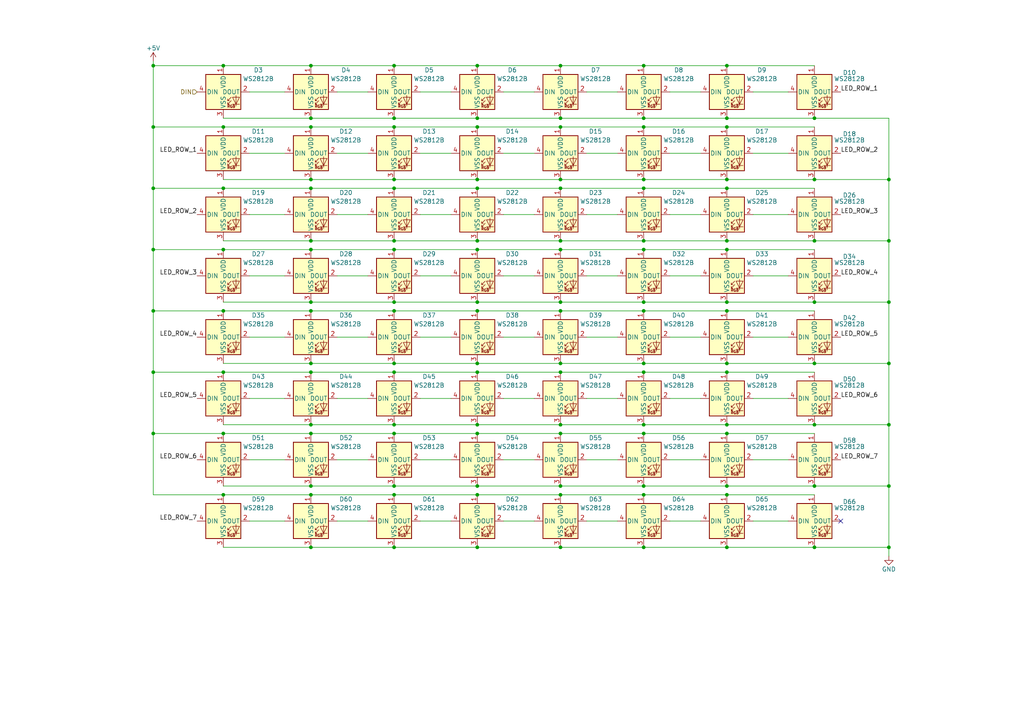
<source format=kicad_sch>
(kicad_sch (version 20211123) (generator eeschema)
  (paper "A4")
  (lib_symbols
    (symbol "LED:WS2812B" (pin_names (offset 0.254))
      (property "Reference" "D" (at 5.08 5.715 0))
      (property "Value" "WS2812B" (at 1.27 -5.715 0))
      (symbol "WS2812B_0_0"
        (text "RGB" (at 2.286 -4.191 0) (effects (font (size 0.762 0.762))))
      )
      (symbol "WS2812B_0_1"
        (polyline (pts (xy 1.27 -3.556) (xy 1.778 -3.556)))
        (polyline (pts (xy 1.27 -2.54) (xy 1.778 -2.54)))
        (polyline (pts (xy 4.699 -3.556) (xy 2.667 -3.556)))
        (polyline (pts (xy 2.286 -2.54) (xy 1.27 -3.556) (xy 1.27 -3.048)))
        (polyline (pts (xy 2.286 -1.524) (xy 1.27 -2.54) (xy 1.27 -2.032)))
        (polyline (pts (xy 3.683 -1.016) (xy 3.683 -3.556) (xy 3.683 -4.064)))
        (polyline (pts (xy 4.699 -1.524) (xy 2.667 -1.524) (xy 3.683 -3.556) (xy 4.699 -1.524)))
        (rectangle (start 5.08 5.08) (end -5.08 -5.08) (stroke (width 0.254)) (fill (type background)))
      )
      (symbol "WS2812B_1_1"
        (pin power_in line (at 0 7.62 270) (length 2.54) (name "VDD") (number "1"))
        (pin output line (at 7.62 0 180) (length 2.54) (name "DOUT") (number "2"))
        (pin power_in line (at 0 -7.62 90) (length 2.54) (name "VSS") (number "3"))
        (pin input line (at -7.62 0 0) (length 2.54) (name "DIN") (number "4"))
      )
    )
    (symbol "power:+5V" (power) (pin_names (offset 0))
      (property "Value" "+5V" (at 0 3.556 0))
      (symbol "+5V_0_1"
        (polyline (pts (xy -0.762 1.27) (xy 0 2.54)))
        (polyline (pts (xy 0 0) (xy 0 2.54)))
        (polyline (pts (xy 0 2.54) (xy 0.762 1.27)))
      )
      (symbol "+5V_1_1"
        (pin power_in line (at 0 0 90) (length 0) hide (name "+5V") (number "1"))
      )
    )
    (symbol "power:GND" (power) (pin_names (offset 0))
      (property "Value" "GND" (at 0 -3.81 0))
      (symbol "GND_0_1"
        (polyline (pts (xy 0 0) (xy 0 -1.27) (xy 1.27 -1.27) (xy 0 -2.54) (xy -1.27 -1.27) (xy 0 -1.27)))
      )
      (symbol "GND_1_1"
        (pin power_in line (at 0 0 270) (length 0) hide (name "GND") (number "1"))
      )
    )
  )
  (junction (at 257.81 52.07))
  (junction (at 90.17 36.83))
  (junction (at 210.82 87.63))
  (junction (at 138.43 52.07))
  (junction (at 210.82 143.51))
  (junction (at 236.22 158.75))
  (junction (at 186.69 105.41))
  (junction (at 210.82 52.07))
  (junction (at 64.77 107.95))
  (junction (at 257.81 87.63))
  (junction (at 138.43 54.61))
  (junction (at 90.17 143.51))
  (junction (at 114.3 34.29))
  (junction (at 64.77 54.61))
  (junction (at 162.56 105.41))
  (junction (at 114.3 125.73))
  (junction (at 257.81 105.41))
  (junction (at 162.56 107.95))
  (junction (at 138.43 158.75))
  (junction (at 114.3 87.63))
  (junction (at 114.3 140.97))
  (junction (at 90.17 105.41))
  (junction (at 114.3 123.19))
  (junction (at 210.82 105.41))
  (junction (at 64.77 36.83))
  (junction (at 114.3 158.75))
  (junction (at 114.3 52.07))
  (junction (at 162.56 36.83))
  (junction (at 44.45 36.83))
  (junction (at 44.45 72.39))
  (junction (at 114.3 90.17))
  (junction (at 186.69 123.19))
  (junction (at 210.82 158.75))
  (junction (at 162.56 34.29))
  (junction (at 210.82 36.83))
  (junction (at 236.22 140.97))
  (junction (at 186.69 36.83))
  (junction (at 138.43 107.95))
  (junction (at 162.56 143.51))
  (junction (at 210.82 107.95))
  (junction (at 162.56 19.05))
  (junction (at 138.43 36.83))
  (junction (at 162.56 72.39))
  (junction (at 44.45 19.05))
  (junction (at 186.69 143.51))
  (junction (at 162.56 123.19))
  (junction (at 236.22 34.29))
  (junction (at 114.3 105.41))
  (junction (at 90.17 19.05))
  (junction (at 90.17 123.19))
  (junction (at 64.77 125.73))
  (junction (at 64.77 90.17))
  (junction (at 90.17 54.61))
  (junction (at 210.82 69.85))
  (junction (at 138.43 72.39))
  (junction (at 138.43 123.19))
  (junction (at 186.69 107.95))
  (junction (at 64.77 72.39))
  (junction (at 162.56 54.61))
  (junction (at 90.17 140.97))
  (junction (at 138.43 140.97))
  (junction (at 138.43 69.85))
  (junction (at 162.56 158.75))
  (junction (at 90.17 52.07))
  (junction (at 210.82 90.17))
  (junction (at 138.43 105.41))
  (junction (at 236.22 123.19))
  (junction (at 162.56 52.07))
  (junction (at 114.3 69.85))
  (junction (at 64.77 143.51))
  (junction (at 186.69 72.39))
  (junction (at 44.45 107.95))
  (junction (at 210.82 19.05))
  (junction (at 90.17 90.17))
  (junction (at 114.3 107.95))
  (junction (at 90.17 87.63))
  (junction (at 210.82 140.97))
  (junction (at 90.17 125.73))
  (junction (at 114.3 72.39))
  (junction (at 257.81 140.97))
  (junction (at 90.17 72.39))
  (junction (at 114.3 36.83))
  (junction (at 44.45 125.73))
  (junction (at 64.77 19.05))
  (junction (at 44.45 90.17))
  (junction (at 90.17 69.85))
  (junction (at 186.69 19.05))
  (junction (at 210.82 72.39))
  (junction (at 186.69 54.61))
  (junction (at 114.3 19.05))
  (junction (at 138.43 87.63))
  (junction (at 90.17 34.29))
  (junction (at 210.82 125.73))
  (junction (at 236.22 87.63))
  (junction (at 90.17 107.95))
  (junction (at 138.43 125.73))
  (junction (at 210.82 123.19))
  (junction (at 162.56 90.17))
  (junction (at 138.43 143.51))
  (junction (at 138.43 34.29))
  (junction (at 138.43 19.05))
  (junction (at 114.3 54.61))
  (junction (at 186.69 90.17))
  (junction (at 186.69 140.97))
  (junction (at 186.69 34.29))
  (junction (at 162.56 125.73))
  (junction (at 162.56 140.97))
  (junction (at 186.69 87.63))
  (junction (at 186.69 125.73))
  (junction (at 162.56 69.85))
  (junction (at 186.69 158.75))
  (junction (at 44.45 54.61))
  (junction (at 186.69 52.07))
  (junction (at 236.22 69.85))
  (junction (at 90.17 158.75))
  (junction (at 210.82 54.61))
  (junction (at 257.81 123.19))
  (junction (at 257.81 158.75))
  (junction (at 186.69 69.85))
  (junction (at 257.81 69.85))
  (junction (at 236.22 52.07))
  (junction (at 210.82 34.29))
  (junction (at 138.43 90.17))
  (junction (at 236.22 105.41))
  (junction (at 162.56 87.63))
  (junction (at 114.3 143.51))
  (no_connect (at 243.84 151.13))
  (wire (pts (xy 97.79 62.23) (xy 106.68 62.23)))
  (wire (pts (xy 64.77 125.73) (xy 90.17 125.73)))
  (wire (pts (xy 97.79 26.67) (xy 106.68 26.67)))
  (wire (pts (xy 186.69 140.97) (xy 210.82 140.97)))
  (wire (pts (xy 146.05 44.45) (xy 154.94 44.45)))
  (wire (pts (xy 97.79 115.57) (xy 106.68 115.57)))
  (wire (pts (xy 44.45 72.39) (xy 64.77 72.39)))
  (wire (pts (xy 138.43 105.41) (xy 162.56 105.41)))
  (wire (pts (xy 114.3 19.05) (xy 138.43 19.05)))
  (wire (pts (xy 138.43 19.05) (xy 162.56 19.05)))
  (wire (pts (xy 44.45 125.73) (xy 44.45 143.51)))
  (wire (pts (xy 64.77 69.85) (xy 90.17 69.85)))
  (wire (pts (xy 236.22 87.63) (xy 257.81 87.63)))
  (wire (pts (xy 257.81 140.97) (xy 257.81 123.19)))
  (wire (pts (xy 218.44 115.57) (xy 228.6 115.57)))
  (wire (pts (xy 114.3 54.61) (xy 138.43 54.61)))
  (wire (pts (xy 138.43 90.17) (xy 162.56 90.17)))
  (wire (pts (xy 114.3 140.97) (xy 138.43 140.97)))
  (wire (pts (xy 64.77 52.07) (xy 90.17 52.07)))
  (wire (pts (xy 210.82 143.51) (xy 236.22 143.51)))
  (wire (pts (xy 121.92 44.45) (xy 130.81 44.45)))
  (wire (pts (xy 44.45 90.17) (xy 64.77 90.17)))
  (wire (pts (xy 64.77 90.17) (xy 90.17 90.17)))
  (wire (pts (xy 72.39 97.79) (xy 82.55 97.79)))
  (wire (pts (xy 186.69 125.73) (xy 210.82 125.73)))
  (wire (pts (xy 170.18 62.23) (xy 179.07 62.23)))
  (wire (pts (xy 162.56 123.19) (xy 186.69 123.19)))
  (wire (pts (xy 146.05 26.67) (xy 154.94 26.67)))
  (wire (pts (xy 257.81 123.19) (xy 257.81 105.41)))
  (wire (pts (xy 194.31 80.01) (xy 203.2 80.01)))
  (wire (pts (xy 257.81 105.41) (xy 257.81 87.63)))
  (wire (pts (xy 162.56 72.39) (xy 186.69 72.39)))
  (wire (pts (xy 90.17 34.29) (xy 114.3 34.29)))
  (wire (pts (xy 194.31 133.35) (xy 203.2 133.35)))
  (wire (pts (xy 194.31 62.23) (xy 203.2 62.23)))
  (wire (pts (xy 236.22 69.85) (xy 257.81 69.85)))
  (wire (pts (xy 64.77 34.29) (xy 90.17 34.29)))
  (wire (pts (xy 72.39 151.13) (xy 82.55 151.13)))
  (wire (pts (xy 138.43 54.61) (xy 162.56 54.61)))
  (wire (pts (xy 97.79 151.13) (xy 106.68 151.13)))
  (wire (pts (xy 114.3 107.95) (xy 138.43 107.95)))
  (wire (pts (xy 121.92 26.67) (xy 130.81 26.67)))
  (wire (pts (xy 138.43 143.51) (xy 162.56 143.51)))
  (wire (pts (xy 186.69 19.05) (xy 210.82 19.05)))
  (wire (pts (xy 218.44 26.67) (xy 228.6 26.67)))
  (wire (pts (xy 194.31 26.67) (xy 203.2 26.67)))
  (wire (pts (xy 236.22 105.41) (xy 257.81 105.41)))
  (wire (pts (xy 121.92 151.13) (xy 130.81 151.13)))
  (wire (pts (xy 90.17 140.97) (xy 114.3 140.97)))
  (wire (pts (xy 210.82 36.83) (xy 236.22 36.83)))
  (wire (pts (xy 72.39 62.23) (xy 82.55 62.23)))
  (wire (pts (xy 114.3 90.17) (xy 138.43 90.17)))
  (wire (pts (xy 146.05 62.23) (xy 154.94 62.23)))
  (wire (pts (xy 64.77 19.05) (xy 44.45 19.05)))
  (wire (pts (xy 236.22 123.19) (xy 257.81 123.19)))
  (wire (pts (xy 64.77 123.19) (xy 90.17 123.19)))
  (wire (pts (xy 186.69 69.85) (xy 210.82 69.85)))
  (wire (pts (xy 257.81 52.07) (xy 257.81 34.29)))
  (wire (pts (xy 44.45 107.95) (xy 44.45 125.73)))
  (wire (pts (xy 186.69 36.83) (xy 210.82 36.83)))
  (wire (pts (xy 114.3 52.07) (xy 138.43 52.07)))
  (wire (pts (xy 162.56 107.95) (xy 186.69 107.95)))
  (wire (pts (xy 170.18 97.79) (xy 179.07 97.79)))
  (wire (pts (xy 90.17 123.19) (xy 114.3 123.19)))
  (wire (pts (xy 162.56 54.61) (xy 186.69 54.61)))
  (wire (pts (xy 146.05 151.13) (xy 154.94 151.13)))
  (wire (pts (xy 236.22 140.97) (xy 257.81 140.97)))
  (wire (pts (xy 218.44 133.35) (xy 228.6 133.35)))
  (wire (pts (xy 44.45 19.05) (xy 44.45 17.78)))
  (wire (pts (xy 186.69 52.07) (xy 210.82 52.07)))
  (wire (pts (xy 114.3 72.39) (xy 138.43 72.39)))
  (wire (pts (xy 186.69 90.17) (xy 210.82 90.17)))
  (wire (pts (xy 138.43 34.29) (xy 162.56 34.29)))
  (wire (pts (xy 121.92 62.23) (xy 130.81 62.23)))
  (wire (pts (xy 114.3 123.19) (xy 138.43 123.19)))
  (wire (pts (xy 162.56 158.75) (xy 186.69 158.75)))
  (wire (pts (xy 186.69 54.61) (xy 210.82 54.61)))
  (wire (pts (xy 121.92 97.79) (xy 130.81 97.79)))
  (wire (pts (xy 114.3 87.63) (xy 138.43 87.63)))
  (wire (pts (xy 121.92 80.01) (xy 130.81 80.01)))
  (wire (pts (xy 97.79 80.01) (xy 106.68 80.01)))
  (wire (pts (xy 64.77 72.39) (xy 90.17 72.39)))
  (wire (pts (xy 210.82 69.85) (xy 236.22 69.85)))
  (wire (pts (xy 218.44 151.13) (xy 228.6 151.13)))
  (wire (pts (xy 138.43 123.19) (xy 162.56 123.19)))
  (wire (pts (xy 44.45 90.17) (xy 44.45 107.95)))
  (wire (pts (xy 72.39 133.35) (xy 82.55 133.35)))
  (wire (pts (xy 194.31 115.57) (xy 203.2 115.57)))
  (wire (pts (xy 210.82 87.63) (xy 236.22 87.63)))
  (wire (pts (xy 162.56 90.17) (xy 186.69 90.17)))
  (wire (pts (xy 170.18 26.67) (xy 179.07 26.67)))
  (wire (pts (xy 138.43 158.75) (xy 162.56 158.75)))
  (wire (pts (xy 44.45 36.83) (xy 44.45 54.61)))
  (wire (pts (xy 90.17 87.63) (xy 114.3 87.63)))
  (wire (pts (xy 121.92 133.35) (xy 130.81 133.35)))
  (wire (pts (xy 114.3 69.85) (xy 138.43 69.85)))
  (wire (pts (xy 90.17 54.61) (xy 114.3 54.61)))
  (wire (pts (xy 121.92 115.57) (xy 130.81 115.57)))
  (wire (pts (xy 257.81 158.75) (xy 257.81 140.97)))
  (wire (pts (xy 210.82 125.73) (xy 236.22 125.73)))
  (wire (pts (xy 146.05 133.35) (xy 154.94 133.35)))
  (wire (pts (xy 162.56 143.51) (xy 186.69 143.51)))
  (wire (pts (xy 64.77 36.83) (xy 90.17 36.83)))
  (wire (pts (xy 236.22 52.07) (xy 257.81 52.07)))
  (wire (pts (xy 114.3 105.41) (xy 138.43 105.41)))
  (wire (pts (xy 44.45 54.61) (xy 64.77 54.61)))
  (wire (pts (xy 194.31 97.79) (xy 203.2 97.79)))
  (wire (pts (xy 90.17 105.41) (xy 114.3 105.41)))
  (wire (pts (xy 162.56 36.83) (xy 186.69 36.83)))
  (wire (pts (xy 170.18 115.57) (xy 179.07 115.57)))
  (wire (pts (xy 210.82 90.17) (xy 236.22 90.17)))
  (wire (pts (xy 186.69 107.95) (xy 210.82 107.95)))
  (wire (pts (xy 210.82 107.95) (xy 236.22 107.95)))
  (wire (pts (xy 146.05 115.57) (xy 154.94 115.57)))
  (wire (pts (xy 162.56 34.29) (xy 186.69 34.29)))
  (wire (pts (xy 64.77 158.75) (xy 90.17 158.75)))
  (wire (pts (xy 236.22 158.75) (xy 257.81 158.75)))
  (wire (pts (xy 138.43 140.97) (xy 162.56 140.97)))
  (wire (pts (xy 90.17 19.05) (xy 114.3 19.05)))
  (wire (pts (xy 44.45 125.73) (xy 64.77 125.73)))
  (wire (pts (xy 186.69 105.41) (xy 210.82 105.41)))
  (wire (pts (xy 90.17 69.85) (xy 114.3 69.85)))
  (wire (pts (xy 64.77 140.97) (xy 90.17 140.97)))
  (wire (pts (xy 44.45 19.05) (xy 44.45 36.83)))
  (wire (pts (xy 114.3 36.83) (xy 138.43 36.83)))
  (wire (pts (xy 194.31 44.45) (xy 203.2 44.45)))
  (wire (pts (xy 218.44 44.45) (xy 228.6 44.45)))
  (wire (pts (xy 64.77 105.41) (xy 90.17 105.41)))
  (wire (pts (xy 90.17 158.75) (xy 114.3 158.75)))
  (wire (pts (xy 146.05 80.01) (xy 154.94 80.01)))
  (wire (pts (xy 162.56 105.41) (xy 186.69 105.41)))
  (wire (pts (xy 162.56 125.73) (xy 186.69 125.73)))
  (wire (pts (xy 138.43 87.63) (xy 162.56 87.63)))
  (wire (pts (xy 90.17 125.73) (xy 114.3 125.73)))
  (wire (pts (xy 170.18 44.45) (xy 179.07 44.45)))
  (wire (pts (xy 210.82 140.97) (xy 236.22 140.97)))
  (wire (pts (xy 257.81 69.85) (xy 257.81 52.07)))
  (wire (pts (xy 64.77 19.05) (xy 90.17 19.05)))
  (wire (pts (xy 138.43 125.73) (xy 162.56 125.73)))
  (wire (pts (xy 210.82 72.39) (xy 236.22 72.39)))
  (wire (pts (xy 162.56 87.63) (xy 186.69 87.63)))
  (wire (pts (xy 210.82 19.05) (xy 236.22 19.05)))
  (wire (pts (xy 162.56 52.07) (xy 186.69 52.07)))
  (wire (pts (xy 64.77 107.95) (xy 90.17 107.95)))
  (wire (pts (xy 257.81 34.29) (xy 236.22 34.29)))
  (wire (pts (xy 162.56 69.85) (xy 186.69 69.85)))
  (wire (pts (xy 44.45 107.95) (xy 64.77 107.95)))
  (wire (pts (xy 64.77 36.83) (xy 44.45 36.83)))
  (wire (pts (xy 90.17 143.51) (xy 114.3 143.51)))
  (wire (pts (xy 72.39 26.67) (xy 82.55 26.67)))
  (wire (pts (xy 170.18 151.13) (xy 179.07 151.13)))
  (wire (pts (xy 186.69 143.51) (xy 210.82 143.51)))
  (wire (pts (xy 210.82 54.61) (xy 236.22 54.61)))
  (wire (pts (xy 114.3 125.73) (xy 138.43 125.73)))
  (wire (pts (xy 44.45 143.51) (xy 64.77 143.51)))
  (wire (pts (xy 146.05 97.79) (xy 154.94 97.79)))
  (wire (pts (xy 90.17 90.17) (xy 114.3 90.17)))
  (wire (pts (xy 90.17 36.83) (xy 114.3 36.83)))
  (wire (pts (xy 97.79 44.45) (xy 106.68 44.45)))
  (wire (pts (xy 186.69 34.29) (xy 210.82 34.29)))
  (wire (pts (xy 114.3 34.29) (xy 138.43 34.29)))
  (wire (pts (xy 114.3 143.51) (xy 138.43 143.51)))
  (wire (pts (xy 210.82 105.41) (xy 236.22 105.41)))
  (wire (pts (xy 218.44 62.23) (xy 228.6 62.23)))
  (wire (pts (xy 210.82 158.75) (xy 236.22 158.75)))
  (wire (pts (xy 257.81 158.75) (xy 257.81 161.29)))
  (wire (pts (xy 64.77 143.51) (xy 90.17 143.51)))
  (wire (pts (xy 90.17 52.07) (xy 114.3 52.07)))
  (wire (pts (xy 210.82 34.29) (xy 236.22 34.29)))
  (wire (pts (xy 138.43 36.83) (xy 162.56 36.83)))
  (wire (pts (xy 194.31 151.13) (xy 203.2 151.13)))
  (wire (pts (xy 44.45 72.39) (xy 44.45 90.17)))
  (wire (pts (xy 218.44 80.01) (xy 228.6 80.01)))
  (wire (pts (xy 138.43 107.95) (xy 162.56 107.95)))
  (wire (pts (xy 44.45 54.61) (xy 44.45 72.39)))
  (wire (pts (xy 186.69 87.63) (xy 210.82 87.63)))
  (wire (pts (xy 138.43 72.39) (xy 162.56 72.39)))
  (wire (pts (xy 257.81 87.63) (xy 257.81 69.85)))
  (wire (pts (xy 162.56 19.05) (xy 186.69 19.05)))
  (wire (pts (xy 210.82 52.07) (xy 236.22 52.07)))
  (wire (pts (xy 170.18 133.35) (xy 179.07 133.35)))
  (wire (pts (xy 162.56 140.97) (xy 186.69 140.97)))
  (wire (pts (xy 72.39 115.57) (xy 82.55 115.57)))
  (wire (pts (xy 138.43 69.85) (xy 162.56 69.85)))
  (wire (pts (xy 114.3 158.75) (xy 138.43 158.75)))
  (wire (pts (xy 186.69 72.39) (xy 210.82 72.39)))
  (wire (pts (xy 138.43 52.07) (xy 162.56 52.07)))
  (wire (pts (xy 170.18 80.01) (xy 179.07 80.01)))
  (wire (pts (xy 90.17 107.95) (xy 114.3 107.95)))
  (wire (pts (xy 218.44 97.79) (xy 228.6 97.79)))
  (wire (pts (xy 186.69 123.19) (xy 210.82 123.19)))
  (wire (pts (xy 90.17 72.39) (xy 114.3 72.39)))
  (wire (pts (xy 72.39 80.01) (xy 82.55 80.01)))
  (wire (pts (xy 64.77 54.61) (xy 90.17 54.61)))
  (wire (pts (xy 97.79 133.35) (xy 106.68 133.35)))
  (wire (pts (xy 64.77 87.63) (xy 90.17 87.63)))
  (wire (pts (xy 186.69 158.75) (xy 210.82 158.75)))
  (wire (pts (xy 210.82 123.19) (xy 236.22 123.19)))
  (wire (pts (xy 72.39 44.45) (xy 82.55 44.45)))
  (wire (pts (xy 97.79 97.79) (xy 106.68 97.79)))
  (label "LED_ROW_3" (at 57.15 80.01 180))
  (label "LED_ROW_6" (at 243.84 115.57 0))
  (label "LED_ROW_7" (at 57.15 151.13 180))
  (label "LED_ROW_7" (at 243.84 133.35 0))
  (label "LED_ROW_4" (at 57.15 97.79 180))
  (label "LED_ROW_1" (at 243.84 26.67 0))
  (label "LED_ROW_5" (at 243.84 97.79 0))
  (label "LED_ROW_5" (at 57.15 115.57 180))
  (label "LED_ROW_3" (at 243.84 62.23 0))
  (label "LED_ROW_2" (at 243.84 44.45 0))
  (label "LED_ROW_6" (at 57.15 133.35 180))
  (label "LED_ROW_2" (at 57.15 62.23 180))
  (label "LED_ROW_4" (at 243.84 80.01 0))
  (label "LED_ROW_1" (at 57.15 44.45 180))
  (hierarchical_label "DIN" (shape input) (at 57.15 26.67 180))
  (symbol (lib_id "LED:WS2812B") (at 138.43 44.45 0) (unit 1)
    (property "Reference" "D14" (at 148.59 38.1 0))
    (property "Value" "WS2812B" (at 148.59 40.64 0))
    (property "Footprint" "LED_SMD:LED_WS2812B-2020_PLCC4_2.0x2.0mm" (effects hide))
    (property "Datasheet" "https://cdn-shop.adafruit.com/datasheets/WS2812B.pdf" (effects hide))
  )
  (symbol (lib_id "LED:WS2812B") (at 210.82 26.67 0) (unit 1)
    (property "Reference" "D9" (at 220.98 20.32 0))
    (property "Value" "WS2812B" (at 220.98 22.86 0))
    (property "Footprint" "LED_SMD:LED_WS2812B-2020_PLCC4_2.0x2.0mm" (effects hide))
    (property "Datasheet" "https://cdn-shop.adafruit.com/datasheets/WS2812B.pdf" (effects hide))
  )
  (symbol (lib_id "LED:WS2812B") (at 186.69 115.57 0) (unit 1)
    (property "Reference" "D48" (at 196.85 109.22 0))
    (property "Value" "WS2812B" (at 196.85 111.76 0))
    (property "Footprint" "LED_SMD:LED_WS2812B-2020_PLCC4_2.0x2.0mm" (effects hide))
    (property "Datasheet" "https://cdn-shop.adafruit.com/datasheets/WS2812B.pdf" (effects hide))
  )
  (symbol (lib_id "LED:WS2812B") (at 114.3 26.67 0) (unit 1)
    (property "Reference" "D5" (at 124.46 20.32 0))
    (property "Value" "WS2812B" (at 124.46 22.86 0))
    (property "Footprint" "LED_SMD:LED_WS2812B-2020_PLCC4_2.0x2.0mm" (effects hide))
    (property "Datasheet" "https://cdn-shop.adafruit.com/datasheets/WS2812B.pdf" (effects hide))
  )
  (symbol (lib_id "LED:WS2812B") (at 236.22 80.01 0) (unit 1)
    (property "Reference" "D34" (at 246.38 74.4093 0))
    (property "Value" "WS2812B" (at 246.38 76.2 0))
    (property "Footprint" "LED_SMD:LED_WS2812B-2020_PLCC4_2.0x2.0mm" (effects hide))
    (property "Datasheet" "https://cdn-shop.adafruit.com/datasheets/WS2812B.pdf" (effects hide))
  )
  (symbol (lib_id "LED:WS2812B") (at 114.3 151.13 0) (unit 1)
    (property "Reference" "D61" (at 124.46 144.78 0))
    (property "Value" "WS2812B" (at 124.46 147.32 0))
    (property "Footprint" "LED_SMD:LED_WS2812B-2020_PLCC4_2.0x2.0mm" (effects hide))
    (property "Datasheet" "https://cdn-shop.adafruit.com/datasheets/WS2812B.pdf" (effects hide))
  )
  (symbol (lib_id "LED:WS2812B") (at 186.69 62.23 0) (unit 1)
    (property "Reference" "D24" (at 196.85 55.88 0))
    (property "Value" "WS2812B" (at 196.85 58.42 0))
    (property "Footprint" "LED_SMD:LED_WS2812B-2020_PLCC4_2.0x2.0mm" (effects hide))
    (property "Datasheet" "https://cdn-shop.adafruit.com/datasheets/WS2812B.pdf" (effects hide))
  )
  (symbol (lib_id "LED:WS2812B") (at 186.69 151.13 0) (unit 1)
    (property "Reference" "D64" (at 196.85 144.78 0))
    (property "Value" "WS2812B" (at 196.85 147.32 0))
    (property "Footprint" "LED_SMD:LED_WS2812B-2020_PLCC4_2.0x2.0mm" (effects hide))
    (property "Datasheet" "https://cdn-shop.adafruit.com/datasheets/WS2812B.pdf" (effects hide))
  )
  (symbol (lib_id "LED:WS2812B") (at 114.3 115.57 0) (unit 1)
    (property "Reference" "D45" (at 124.46 109.22 0))
    (property "Value" "WS2812B" (at 124.46 111.76 0))
    (property "Footprint" "LED_SMD:LED_WS2812B-2020_PLCC4_2.0x2.0mm" (effects hide))
    (property "Datasheet" "https://cdn-shop.adafruit.com/datasheets/WS2812B.pdf" (effects hide))
  )
  (symbol (lib_id "LED:WS2812B") (at 138.43 151.13 0) (unit 1)
    (property "Reference" "D62" (at 148.59 144.78 0))
    (property "Value" "WS2812B" (at 148.59 147.32 0))
    (property "Footprint" "LED_SMD:LED_WS2812B-2020_PLCC4_2.0x2.0mm" (effects hide))
    (property "Datasheet" "https://cdn-shop.adafruit.com/datasheets/WS2812B.pdf" (effects hide))
  )
  (symbol (lib_id "LED:WS2812B") (at 64.77 115.57 0) (unit 1)
    (property "Reference" "D43" (at 74.93 109.22 0))
    (property "Value" "WS2812B" (at 74.93 111.76 0))
    (property "Footprint" "LED_SMD:LED_WS2812B-2020_PLCC4_2.0x2.0mm" (effects hide))
    (property "Datasheet" "https://cdn-shop.adafruit.com/datasheets/WS2812B.pdf" (effects hide))
  )
  (symbol (lib_id "LED:WS2812B") (at 162.56 151.13 0) (unit 1)
    (property "Reference" "D63" (at 172.72 144.78 0))
    (property "Value" "WS2812B" (at 172.72 147.32 0))
    (property "Footprint" "LED_SMD:LED_WS2812B-2020_PLCC4_2.0x2.0mm" (effects hide))
    (property "Datasheet" "https://cdn-shop.adafruit.com/datasheets/WS2812B.pdf" (effects hide))
  )
  (symbol (lib_id "LED:WS2812B") (at 186.69 26.67 0) (unit 1)
    (property "Reference" "D8" (at 196.85 20.32 0))
    (property "Value" "WS2812B" (at 196.85 22.86 0))
    (property "Footprint" "LED_SMD:LED_WS2812B-2020_PLCC4_2.0x2.0mm" (effects hide))
    (property "Datasheet" "https://cdn-shop.adafruit.com/datasheets/WS2812B.pdf" (effects hide))
  )
  (symbol (lib_id "LED:WS2812B") (at 236.22 44.45 0) (unit 1)
    (property "Reference" "D18" (at 246.38 38.8493 0))
    (property "Value" "WS2812B" (at 246.38 40.64 0))
    (property "Footprint" "LED_SMD:LED_WS2812B-2020_PLCC4_2.0x2.0mm" (effects hide))
    (property "Datasheet" "https://cdn-shop.adafruit.com/datasheets/WS2812B.pdf" (effects hide))
  )
  (symbol (lib_id "LED:WS2812B") (at 64.77 62.23 0) (unit 1)
    (property "Reference" "D19" (at 74.93 55.88 0))
    (property "Value" "WS2812B" (at 74.93 58.42 0))
    (property "Footprint" "LED_SMD:LED_WS2812B-2020_PLCC4_2.0x2.0mm" (effects hide))
    (property "Datasheet" "https://cdn-shop.adafruit.com/datasheets/WS2812B.pdf" (effects hide))
  )
  (symbol (lib_id "power:+5V") (at 44.45 17.78 0) (unit 1)
    (property "Reference" "#PWR0101" (effects hide))
    (property "Value" "+5V" (at 44.45 13.97 0))
  )
  (symbol (lib_id "LED:WS2812B") (at 64.77 26.67 0) (unit 1)
    (property "Reference" "D3" (at 74.93 20.32 0))
    (property "Value" "WS2812B" (at 74.93 22.86 0))
    (property "Footprint" "LED_SMD:LED_WS2812B-2020_PLCC4_2.0x2.0mm" (effects hide))
    (property "Datasheet" "https://cdn-shop.adafruit.com/datasheets/WS2812B.pdf" (effects hide))
  )
  (symbol (lib_id "LED:WS2812B") (at 210.82 151.13 0) (unit 1)
    (property "Reference" "D65" (at 220.98 144.78 0))
    (property "Value" "WS2812B" (at 220.98 147.32 0))
    (property "Footprint" "LED_SMD:LED_WS2812B-2020_PLCC4_2.0x2.0mm" (effects hide))
    (property "Datasheet" "https://cdn-shop.adafruit.com/datasheets/WS2812B.pdf" (effects hide))
  )
  (symbol (lib_id "LED:WS2812B") (at 90.17 44.45 0) (unit 1)
    (property "Reference" "D12" (at 100.33 38.1 0))
    (property "Value" "WS2812B" (at 100.33 40.64 0))
    (property "Footprint" "LED_SMD:LED_WS2812B-2020_PLCC4_2.0x2.0mm" (effects hide))
    (property "Datasheet" "https://cdn-shop.adafruit.com/datasheets/WS2812B.pdf" (effects hide))
  )
  (symbol (lib_id "LED:WS2812B") (at 90.17 115.57 0) (unit 1)
    (property "Reference" "D44" (at 100.33 109.22 0))
    (property "Value" "WS2812B" (at 100.33 111.76 0))
    (property "Footprint" "LED_SMD:LED_WS2812B-2020_PLCC4_2.0x2.0mm" (effects hide))
    (property "Datasheet" "https://cdn-shop.adafruit.com/datasheets/WS2812B.pdf" (effects hide))
  )
  (symbol (lib_id "LED:WS2812B") (at 64.77 80.01 0) (unit 1)
    (property "Reference" "D27" (at 74.93 73.66 0))
    (property "Value" "WS2812B" (at 74.93 76.2 0))
    (property "Footprint" "LED_SMD:LED_WS2812B-2020_PLCC4_2.0x2.0mm" (effects hide))
    (property "Datasheet" "https://cdn-shop.adafruit.com/datasheets/WS2812B.pdf" (effects hide))
  )
  (symbol (lib_id "LED:WS2812B") (at 138.43 133.35 0) (unit 1)
    (property "Reference" "D54" (at 148.59 127 0))
    (property "Value" "WS2812B" (at 148.59 129.54 0))
    (property "Footprint" "LED_SMD:LED_WS2812B-2020_PLCC4_2.0x2.0mm" (effects hide))
    (property "Datasheet" "https://cdn-shop.adafruit.com/datasheets/WS2812B.pdf" (effects hide))
  )
  (symbol (lib_id "LED:WS2812B") (at 114.3 44.45 0) (unit 1)
    (property "Reference" "D13" (at 124.46 38.1 0))
    (property "Value" "WS2812B" (at 124.46 40.64 0))
    (property "Footprint" "LED_SMD:LED_WS2812B-2020_PLCC4_2.0x2.0mm" (effects hide))
    (property "Datasheet" "https://cdn-shop.adafruit.com/datasheets/WS2812B.pdf" (effects hide))
  )
  (symbol (lib_id "LED:WS2812B") (at 90.17 62.23 0) (unit 1)
    (property "Reference" "D20" (at 100.33 55.88 0))
    (property "Value" "WS2812B" (at 100.33 58.42 0))
    (property "Footprint" "LED_SMD:LED_WS2812B-2020_PLCC4_2.0x2.0mm" (effects hide))
    (property "Datasheet" "https://cdn-shop.adafruit.com/datasheets/WS2812B.pdf" (effects hide))
  )
  (symbol (lib_id "LED:WS2812B") (at 210.82 80.01 0) (unit 1)
    (property "Reference" "D33" (at 220.98 73.66 0))
    (property "Value" "WS2812B" (at 220.98 76.2 0))
    (property "Footprint" "LED_SMD:LED_WS2812B-2020_PLCC4_2.0x2.0mm" (effects hide))
    (property "Datasheet" "https://cdn-shop.adafruit.com/datasheets/WS2812B.pdf" (effects hide))
  )
  (symbol (lib_id "LED:WS2812B") (at 162.56 62.23 0) (unit 1)
    (property "Reference" "D23" (at 172.72 55.88 0))
    (property "Value" "WS2812B" (at 172.72 58.42 0))
    (property "Footprint" "LED_SMD:LED_WS2812B-2020_PLCC4_2.0x2.0mm" (effects hide))
    (property "Datasheet" "https://cdn-shop.adafruit.com/datasheets/WS2812B.pdf" (effects hide))
  )
  (symbol (lib_id "LED:WS2812B") (at 138.43 80.01 0) (unit 1)
    (property "Reference" "D30" (at 148.59 73.66 0))
    (property "Value" "WS2812B" (at 148.59 76.2 0))
    (property "Footprint" "LED_SMD:LED_WS2812B-2020_PLCC4_2.0x2.0mm" (effects hide))
    (property "Datasheet" "https://cdn-shop.adafruit.com/datasheets/WS2812B.pdf" (effects hide))
  )
  (symbol (lib_id "LED:WS2812B") (at 236.22 26.67 0) (unit 1)
    (property "Reference" "D10" (at 246.38 21.0693 0))
    (property "Value" "WS2812B" (at 246.38 22.86 0))
    (property "Footprint" "LED_SMD:LED_WS2812B-2020_PLCC4_2.0x2.0mm" (effects hide))
    (property "Datasheet" "https://cdn-shop.adafruit.com/datasheets/WS2812B.pdf" (effects hide))
  )
  (symbol (lib_id "LED:WS2812B") (at 162.56 133.35 0) (unit 1)
    (property "Reference" "D55" (at 172.72 127 0))
    (property "Value" "WS2812B" (at 172.72 129.54 0))
    (property "Footprint" "LED_SMD:LED_WS2812B-2020_PLCC4_2.0x2.0mm" (effects hide))
    (property "Datasheet" "https://cdn-shop.adafruit.com/datasheets/WS2812B.pdf" (effects hide))
  )
  (symbol (lib_id "LED:WS2812B") (at 90.17 151.13 0) (unit 1)
    (property "Reference" "D60" (at 100.33 144.78 0))
    (property "Value" "WS2812B" (at 100.33 147.32 0))
    (property "Footprint" "LED_SMD:LED_WS2812B-2020_PLCC4_2.0x2.0mm" (effects hide))
    (property "Datasheet" "https://cdn-shop.adafruit.com/datasheets/WS2812B.pdf" (effects hide))
  )
  (symbol (lib_id "LED:WS2812B") (at 64.77 44.45 0) (unit 1)
    (property "Reference" "D11" (at 74.93 38.1 0))
    (property "Value" "WS2812B" (at 74.93 40.64 0))
    (property "Footprint" "LED_SMD:LED_WS2812B-2020_PLCC4_2.0x2.0mm" (effects hide))
    (property "Datasheet" "https://cdn-shop.adafruit.com/datasheets/WS2812B.pdf" (effects hide))
  )
  (symbol (lib_id "LED:WS2812B") (at 90.17 26.67 0) (unit 1)
    (property "Reference" "D4" (at 100.33 20.32 0))
    (property "Value" "WS2812B" (at 100.33 22.86 0))
    (property "Footprint" "LED_SMD:LED_WS2812B-2020_PLCC4_2.0x2.0mm" (effects hide))
    (property "Datasheet" "https://cdn-shop.adafruit.com/datasheets/WS2812B.pdf" (effects hide))
  )
  (symbol (lib_id "LED:WS2812B") (at 186.69 133.35 0) (unit 1)
    (property "Reference" "D56" (at 196.85 127 0))
    (property "Value" "WS2812B" (at 196.85 129.54 0))
    (property "Footprint" "LED_SMD:LED_WS2812B-2020_PLCC4_2.0x2.0mm" (effects hide))
    (property "Datasheet" "https://cdn-shop.adafruit.com/datasheets/WS2812B.pdf" (effects hide))
  )
  (symbol (lib_id "LED:WS2812B") (at 210.82 97.79 0) (unit 1)
    (property "Reference" "D41" (at 220.98 91.44 0))
    (property "Value" "WS2812B" (at 220.98 93.98 0))
    (property "Footprint" "LED_SMD:LED_WS2812B-2020_PLCC4_2.0x2.0mm" (effects hide))
    (property "Datasheet" "https://cdn-shop.adafruit.com/datasheets/WS2812B.pdf" (effects hide))
  )
  (symbol (lib_id "LED:WS2812B") (at 162.56 26.67 0) (unit 1)
    (property "Reference" "D7" (at 172.72 20.32 0))
    (property "Value" "WS2812B" (at 172.72 22.86 0))
    (property "Footprint" "LED_SMD:LED_WS2812B-2020_PLCC4_2.0x2.0mm" (effects hide))
    (property "Datasheet" "https://cdn-shop.adafruit.com/datasheets/WS2812B.pdf" (effects hide))
  )
  (symbol (lib_id "LED:WS2812B") (at 236.22 133.35 0) (unit 1)
    (property "Reference" "D58" (at 246.38 127.7493 0))
    (property "Value" "WS2812B" (at 246.38 129.54 0))
    (property "Footprint" "LED_SMD:LED_WS2812B-2020_PLCC4_2.0x2.0mm" (effects hide))
    (property "Datasheet" "https://cdn-shop.adafruit.com/datasheets/WS2812B.pdf" (effects hide))
  )
  (symbol (lib_id "LED:WS2812B") (at 138.43 62.23 0) (unit 1)
    (property "Reference" "D22" (at 148.59 55.88 0))
    (property "Value" "WS2812B" (at 148.59 58.42 0))
    (property "Footprint" "LED_SMD:LED_WS2812B-2020_PLCC4_2.0x2.0mm" (effects hide))
    (property "Datasheet" "https://cdn-shop.adafruit.com/datasheets/WS2812B.pdf" (effects hide))
  )
  (symbol (lib_id "LED:WS2812B") (at 210.82 62.23 0) (unit 1)
    (property "Reference" "D25" (at 220.98 55.88 0))
    (property "Value" "WS2812B" (at 220.98 58.42 0))
    (property "Footprint" "LED_SMD:LED_WS2812B-2020_PLCC4_2.0x2.0mm" (effects hide))
    (property "Datasheet" "https://cdn-shop.adafruit.com/datasheets/WS2812B.pdf" (effects hide))
  )
  (symbol (lib_id "LED:WS2812B") (at 186.69 44.45 0) (unit 1)
    (property "Reference" "D16" (at 196.85 38.1 0))
    (property "Value" "WS2812B" (at 196.85 40.64 0))
    (property "Footprint" "LED_SMD:LED_WS2812B-2020_PLCC4_2.0x2.0mm" (effects hide))
    (property "Datasheet" "https://cdn-shop.adafruit.com/datasheets/WS2812B.pdf" (effects hide))
  )
  (symbol (lib_id "LED:WS2812B") (at 186.69 80.01 0) (unit 1)
    (property "Reference" "D32" (at 196.85 73.66 0))
    (property "Value" "WS2812B" (at 196.85 76.2 0))
    (property "Footprint" "LED_SMD:LED_WS2812B-2020_PLCC4_2.0x2.0mm" (effects hide))
    (property "Datasheet" "https://cdn-shop.adafruit.com/datasheets/WS2812B.pdf" (effects hide))
  )
  (symbol (lib_id "LED:WS2812B") (at 210.82 44.45 0) (unit 1)
    (property "Reference" "D17" (at 220.98 38.1 0))
    (property "Value" "WS2812B" (at 220.98 40.64 0))
    (property "Footprint" "LED_SMD:LED_WS2812B-2020_PLCC4_2.0x2.0mm" (effects hide))
    (property "Datasheet" "https://cdn-shop.adafruit.com/datasheets/WS2812B.pdf" (effects hide))
  )
  (symbol (lib_id "LED:WS2812B") (at 162.56 115.57 0) (unit 1)
    (property "Reference" "D47" (at 172.72 109.22 0))
    (property "Value" "WS2812B" (at 172.72 111.76 0))
    (property "Footprint" "LED_SMD:LED_WS2812B-2020_PLCC4_2.0x2.0mm" (effects hide))
    (property "Datasheet" "https://cdn-shop.adafruit.com/datasheets/WS2812B.pdf" (effects hide))
  )
  (symbol (lib_id "LED:WS2812B") (at 114.3 133.35 0) (unit 1)
    (property "Reference" "D53" (at 124.46 127 0))
    (property "Value" "WS2812B" (at 124.46 129.54 0))
    (property "Footprint" "LED_SMD:LED_WS2812B-2020_PLCC4_2.0x2.0mm" (effects hide))
    (property "Datasheet" "https://cdn-shop.adafruit.com/datasheets/WS2812B.pdf" (effects hide))
  )
  (symbol (lib_id "LED:WS2812B") (at 162.56 44.45 0) (unit 1)
    (property "Reference" "D15" (at 172.72 38.1 0))
    (property "Value" "WS2812B" (at 172.72 40.64 0))
    (property "Footprint" "LED_SMD:LED_WS2812B-2020_PLCC4_2.0x2.0mm" (effects hide))
    (property "Datasheet" "https://cdn-shop.adafruit.com/datasheets/WS2812B.pdf" (effects hide))
  )
  (symbol (lib_id "LED:WS2812B") (at 64.77 133.35 0) (unit 1)
    (property "Reference" "D51" (at 74.93 127 0))
    (property "Value" "WS2812B" (at 74.93 129.54 0))
    (property "Footprint" "LED_SMD:LED_WS2812B-2020_PLCC4_2.0x2.0mm" (effects hide))
    (property "Datasheet" "https://cdn-shop.adafruit.com/datasheets/WS2812B.pdf" (effects hide))
  )
  (symbol (lib_id "LED:WS2812B") (at 114.3 80.01 0) (unit 1)
    (property "Reference" "D29" (at 124.46 73.66 0))
    (property "Value" "WS2812B" (at 124.46 76.2 0))
    (property "Footprint" "LED_SMD:LED_WS2812B-2020_PLCC4_2.0x2.0mm" (effects hide))
    (property "Datasheet" "https://cdn-shop.adafruit.com/datasheets/WS2812B.pdf" (effects hide))
  )
  (symbol (lib_id "LED:WS2812B") (at 90.17 97.79 0) (unit 1)
    (property "Reference" "D36" (at 100.33 91.44 0))
    (property "Value" "WS2812B" (at 100.33 93.98 0))
    (property "Footprint" "LED_SMD:LED_WS2812B-2020_PLCC4_2.0x2.0mm" (effects hide))
    (property "Datasheet" "https://cdn-shop.adafruit.com/datasheets/WS2812B.pdf" (effects hide))
  )
  (symbol (lib_id "LED:WS2812B") (at 236.22 62.23 0) (unit 1)
    (property "Reference" "D26" (at 246.38 56.6293 0))
    (property "Value" "WS2812B" (at 246.38 58.42 0))
    (property "Footprint" "LED_SMD:LED_WS2812B-2020_PLCC4_2.0x2.0mm" (effects hide))
    (property "Datasheet" "https://cdn-shop.adafruit.com/datasheets/WS2812B.pdf" (effects hide))
  )
  (symbol (lib_id "LED:WS2812B") (at 64.77 97.79 0) (unit 1)
    (property "Reference" "D35" (at 74.93 91.44 0))
    (property "Value" "WS2812B" (at 74.93 93.98 0))
    (property "Footprint" "LED_SMD:LED_WS2812B-2020_PLCC4_2.0x2.0mm" (effects hide))
    (property "Datasheet" "https://cdn-shop.adafruit.com/datasheets/WS2812B.pdf" (effects hide))
  )
  (symbol (lib_id "LED:WS2812B") (at 162.56 80.01 0) (unit 1)
    (property "Reference" "D31" (at 172.72 73.66 0))
    (property "Value" "WS2812B" (at 172.72 76.2 0))
    (property "Footprint" "LED_SMD:LED_WS2812B-2020_PLCC4_2.0x2.0mm" (effects hide))
    (property "Datasheet" "https://cdn-shop.adafruit.com/datasheets/WS2812B.pdf" (effects hide))
  )
  (symbol (lib_id "LED:WS2812B") (at 138.43 97.79 0) (unit 1)
    (property "Reference" "D38" (at 148.59 91.44 0))
    (property "Value" "WS2812B" (at 148.59 93.98 0))
    (property "Footprint" "LED_SMD:LED_WS2812B-2020_PLCC4_2.0x2.0mm" (effects hide))
    (property "Datasheet" "https://cdn-shop.adafruit.com/datasheets/WS2812B.pdf" (effects hide))
  )
  (symbol (lib_id "LED:WS2812B") (at 138.43 115.57 0) (unit 1)
    (property "Reference" "D46" (at 148.59 109.22 0))
    (property "Value" "WS2812B" (at 148.59 111.76 0))
    (property "Footprint" "LED_SMD:LED_WS2812B-2020_PLCC4_2.0x2.0mm" (effects hide))
    (property "Datasheet" "https://cdn-shop.adafruit.com/datasheets/WS2812B.pdf" (effects hide))
  )
  (symbol (lib_id "LED:WS2812B") (at 210.82 133.35 0) (unit 1)
    (property "Reference" "D57" (at 220.98 127 0))
    (property "Value" "WS2812B" (at 220.98 129.54 0))
    (property "Footprint" "LED_SMD:LED_WS2812B-2020_PLCC4_2.0x2.0mm" (effects hide))
    (property "Datasheet" "https://cdn-shop.adafruit.com/datasheets/WS2812B.pdf" (effects hide))
  )
  (symbol (lib_id "LED:WS2812B") (at 138.43 26.67 0) (unit 1)
    (property "Reference" "D6" (at 148.59 20.32 0))
    (property "Value" "WS2812B" (at 148.59 22.86 0))
    (property "Footprint" "LED_SMD:LED_WS2812B-2020_PLCC4_2.0x2.0mm" (effects hide))
    (property "Datasheet" "https://cdn-shop.adafruit.com/datasheets/WS2812B.pdf" (effects hide))
  )
  (symbol (lib_id "LED:WS2812B") (at 236.22 97.79 0) (unit 1)
    (property "Reference" "D42" (at 246.38 92.1893 0))
    (property "Value" "WS2812B" (at 246.38 93.98 0))
    (property "Footprint" "LED_SMD:LED_WS2812B-2020_PLCC4_2.0x2.0mm" (effects hide))
    (property "Datasheet" "https://cdn-shop.adafruit.com/datasheets/WS2812B.pdf" (effects hide))
  )
  (symbol (lib_id "LED:WS2812B") (at 90.17 80.01 0) (unit 1)
    (property "Reference" "D28" (at 100.33 73.66 0))
    (property "Value" "WS2812B" (at 100.33 76.2 0))
    (property "Footprint" "LED_SMD:LED_WS2812B-2020_PLCC4_2.0x2.0mm" (effects hide))
    (property "Datasheet" "https://cdn-shop.adafruit.com/datasheets/WS2812B.pdf" (effects hide))
  )
  (symbol (lib_id "power:GND") (at 257.81 161.29 0) (unit 1)
    (property "Reference" "#PWR025" (effects hide))
    (property "Value" "GND" (at 257.81 165.1 0))
  )
  (symbol (lib_id "LED:WS2812B") (at 210.82 115.57 0) (unit 1)
    (property "Reference" "D49" (at 220.98 109.22 0))
    (property "Value" "WS2812B" (at 220.98 111.76 0))
    (property "Footprint" "LED_SMD:LED_WS2812B-2020_PLCC4_2.0x2.0mm" (effects hide))
    (property "Datasheet" "https://cdn-shop.adafruit.com/datasheets/WS2812B.pdf" (effects hide))
  )
  (symbol (lib_id "LED:WS2812B") (at 64.77 151.13 0) (unit 1)
    (property "Reference" "D59" (at 74.93 144.78 0))
    (property "Value" "WS2812B" (at 74.93 147.32 0))
    (property "Footprint" "LED_SMD:LED_WS2812B-2020_PLCC4_2.0x2.0mm" (effects hide))
    (property "Datasheet" "https://cdn-shop.adafruit.com/datasheets/WS2812B.pdf" (effects hide))
  )
  (symbol (lib_id "LED:WS2812B") (at 186.69 97.79 0) (unit 1)
    (property "Reference" "D40" (at 196.85 91.44 0))
    (property "Value" "WS2812B" (at 196.85 93.98 0))
    (property "Footprint" "LED_SMD:LED_WS2812B-2020_PLCC4_2.0x2.0mm" (effects hide))
    (property "Datasheet" "https://cdn-shop.adafruit.com/datasheets/WS2812B.pdf" (effects hide))
  )
  (symbol (lib_id "LED:WS2812B") (at 90.17 133.35 0) (unit 1)
    (property "Reference" "D52" (at 100.33 127 0))
    (property "Value" "WS2812B" (at 100.33 129.54 0))
    (property "Footprint" "LED_SMD:LED_WS2812B-2020_PLCC4_2.0x2.0mm" (effects hide))
    (property "Datasheet" "https://cdn-shop.adafruit.com/datasheets/WS2812B.pdf" (effects hide))
  )
  (symbol (lib_id "LED:WS2812B") (at 114.3 62.23 0) (unit 1)
    (property "Reference" "D21" (at 124.46 55.88 0))
    (property "Value" "WS2812B" (at 124.46 58.42 0))
    (property "Footprint" "LED_SMD:LED_WS2812B-2020_PLCC4_2.0x2.0mm" (effects hide))
    (property "Datasheet" "https://cdn-shop.adafruit.com/datasheets/WS2812B.pdf" (effects hide))
  )
  (symbol (lib_id "LED:WS2812B") (at 236.22 151.13 0) (unit 1)
    (property "Reference" "D66" (at 246.38 145.5293 0))
    (property "Value" "WS2812B" (at 246.38 147.32 0))
    (property "Footprint" "LED_SMD:LED_WS2812B-2020_PLCC4_2.0x2.0mm" (effects hide))
    (property "Datasheet" "https://cdn-shop.adafruit.com/datasheets/WS2812B.pdf" (effects hide))
  )
  (symbol (lib_id "LED:WS2812B") (at 236.22 115.57 0) (unit 1)
    (property "Reference" "D50" (at 246.38 109.9693 0))
    (property "Value" "WS2812B" (at 246.38 111.76 0))
    (property "Footprint" "LED_SMD:LED_WS2812B-2020_PLCC4_2.0x2.0mm" (effects hide))
    (property "Datasheet" "https://cdn-shop.adafruit.com/datasheets/WS2812B.pdf" (effects hide))
  )
  (symbol (lib_id "LED:WS2812B") (at 114.3 97.79 0) (unit 1)
    (property "Reference" "D37" (at 124.46 91.44 0))
    (property "Value" "WS2812B" (at 124.46 93.98 0))
    (property "Footprint" "LED_SMD:LED_WS2812B-2020_PLCC4_2.0x2.0mm" (effects hide))
    (property "Datasheet" "https://cdn-shop.adafruit.com/datasheets/WS2812B.pdf" (effects hide))
  )
  (symbol (lib_id "LED:WS2812B") (at 162.56 97.79 0) (unit 1)
    (property "Reference" "D39" (at 172.72 91.44 0))
    (property "Value" "WS2812B" (at 172.72 93.98 0))
    (property "Footprint" "LED_SMD:LED_WS2812B-2020_PLCC4_2.0x2.0mm" (effects hide))
    (property "Datasheet" "https://cdn-shop.adafruit.com/datasheets/WS2812B.pdf" (effects hide))
  )
)
</source>
